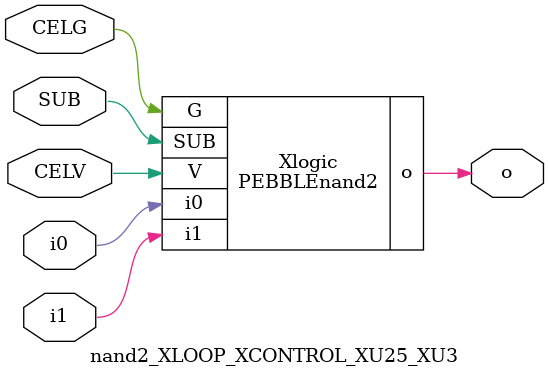
<source format=v>



module PEBBLEnand2 ( o, G, SUB, V, i0, i1 );

  input i0;
  input V;
  input i1;
  input G;
  output o;
  input SUB;
endmodule

//Celera Confidential Do Not Copy nand2_XLOOP_XCONTROL_XU25_XU3
//Celera Confidential Symbol Generator
//5V NAND2
module nand2_XLOOP_XCONTROL_XU25_XU3 (CELV,CELG,i0,i1,o,SUB);
input CELV;
input CELG;
input i0;
input i1;
input SUB;
output o;

//Celera Confidential Do Not Copy nand2
PEBBLEnand2 Xlogic(
.V (CELV),
.i0 (i0),
.i1 (i1),
.o (o),
.SUB (SUB),
.G (CELG)
);
//,diesize,PEBBLEnand2

//Celera Confidential Do Not Copy Module End
//Celera Schematic Generator
endmodule

</source>
